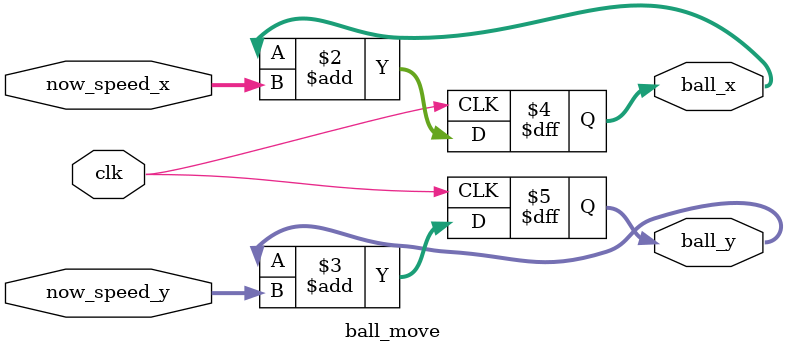
<source format=v>
module ball_move(
	input clk,
	input  [9:0] now_speed_x,
	input  [9:0] now_speed_y,
	output reg [9:0] ball_x,
	output reg [9:0] ball_y
);

	always @ (posedge clk) begin
		ball_x <= ball_x + now_speed_x;
		ball_y <= ball_y + now_speed_y;
	end

endmodule


</source>
